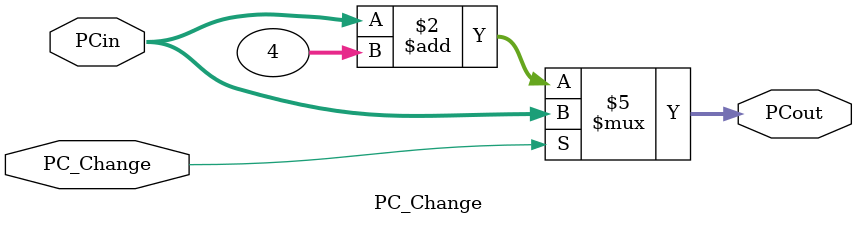
<source format=v>

module PC_Change(PCin, PCout, PC_Change);
    input [31:0] PCin;
    input PC_Change;
    output reg [31:0] PCout;

    always @(*) begin
        case (PC_Change)
            2'b01: PCout = PCin;
            default: PCout = PCin + 4;
        endcase
    end

    initial begin
        $dumpfile("PC_Change.vcd");
        $dumpvars;
    end

endmodule
</source>
